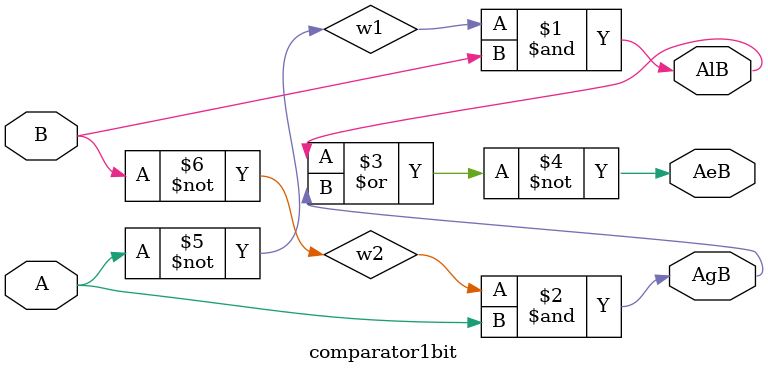
<source format=v>
module comparator1bit(A,B,AeB,AgB,AlB);

input A,B;
output AeB,AgB,AlB;

wire w1,w2;

not N1(w1,A);
not N2(w2,B);

and A1(AlB,w1,B);
and A2(AgB,w2,A);

nor NO1(AeB,AlB,AgB);

endmodule

</source>
